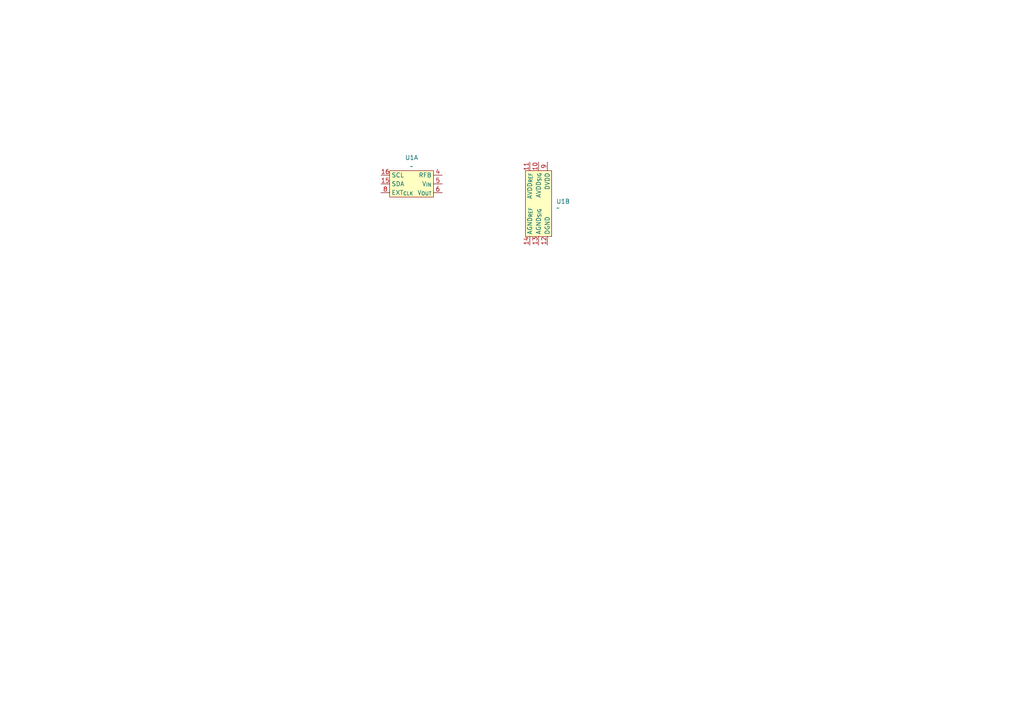
<source format=kicad_sch>
(kicad_sch (version 20231120) (generator "eeschema") (generator_version "8.0")
  (paper "A4")
  (lib_symbols
    (symbol "AD5933:AD5933"
      (property "Reference" "U" (at -5.08 2.286 0))
      (symbol "AD5933_1_1"
        (rectangle (start -6.35 1.27) (end 6.35 -6.35) (fill (type background)))
        (pin input line (at 2.54 -8.89 90) (length 2.54) hide (name "") (number "1"))
        (pin input line (at -8.89 -2.54 0) (length 2.54) (name "SDA") (number "15"))
        (pin input line (at -8.89 0 0) (length 2.54) (name "SCL") (number "16"))
        (pin input line (at 0 -8.89 90) (length 2.54) hide (name "") (number "2"))
        (pin input line (at -2.54 -8.89 90) (length 2.54) hide (name "") (number "3"))
        (pin input line (at 8.89 0 180) (length 2.54) (name "RFB") (number "4"))
        (pin input line (at 8.89 -2.54 180) (length 2.54) (name "V_{IN}") (number "5"))
        (pin input line (at 8.89 -5.08 180) (length 2.54) (name "V_{OUT}") (number "6"))
        (pin input line (at -8.89 -5.08 0) (length 2.54) (name "EXT_{CLK}") (number "8"))
      )
      (symbol "AD5933_2_1"
        (rectangle (start -3.81 12.7) (end 3.81 -6.35) (fill (type background)))
        (pin power_in line (at 0 15.24 270) (length 2.54) (name "AVDD_{SIG}") (number "10"))
        (pin power_in line (at -2.54 15.24 270) (length 2.54) (name "AVDD_{REF}") (number "11"))
        (pin power_in line (at 2.54 -8.89 90) (length 2.54) (name "DGND") (number "12"))
        (pin power_in line (at 0 -8.89 90) (length 2.54) (name "AGND_{SIG}") (number "13"))
        (pin power_in line (at -2.54 -8.89 90) (length 2.54) (name "AGND_{REF}") (number "14"))
        (pin power_in line (at 2.54 15.24 270) (length 2.54) (name "DVDD") (number "9"))
      )
    )
  )
  (symbol (lib_id "AD5933:AD5933") (at 156.21 62.23 0) (unit 2)
    (property "Reference" "U1" (at 161.29 58.4199 0) (effects (justify left)))
    (property "Value" "~" (at 161.29 60.325 0) (effects (justify left)))
  )
  (symbol (lib_id "AD5933:AD5933") (at 119.38 50.8 0) (unit 1)
    (property "Reference" "U1" (at 119.38 45.72 0))
    (property "Value" "~" (at 119.38 48.26 0))
  )
)
</source>
